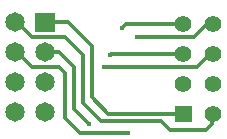
<source format=gtl>
G04 Layer: TopLayer*
G04 EasyEDA v6.1.52, Thu, 18 Jul 2019 05:10:24 GMT*
G04 901f24a5bca74c948225dbc6938cad0f,10*
G04 Gerber Generator version 0.2*
G04 Scale: 100 percent, Rotated: No, Reflected: No *
G04 Dimensions in millimeters *
G04 leading zeros omitted , absolute positions ,3 integer and 3 decimal *
%FSLAX33Y33*%
%MOMM*%
G90*
G71D02*

%ADD11C,0.299999*%
%ADD12C,0.399999*%
%ADD13C,1.399997*%
%ADD15C,1.650009*%

%LPD*%
G54D11*
G01X15640Y9768D02*
G01X10784Y9768D01*
G01X10414Y9398D01*
G01X18180Y9768D02*
G01X17642Y9768D01*
G01X16510Y8636D01*
G01X11684Y8636D01*
G01X15640Y7228D02*
G01X9514Y7228D01*
G01X9398Y7112D01*
G01X18180Y7228D02*
G01X17896Y7228D01*
G01X16764Y6096D01*
G01X8890Y6096D01*
G01X15641Y2148D02*
G01X9281Y2148D01*
G01X7874Y3556D01*
G01X7874Y7874D01*
G01X5842Y9906D01*
G01X3937Y9906D01*
G01X1397Y7366D02*
G01X1524Y7366D01*
G01X2794Y6096D01*
G01X5080Y6096D01*
G01X5588Y5588D01*
G01X5588Y1778D01*
G01X6858Y508D01*
G01X10922Y508D01*
G01X1397Y9906D02*
G01X1524Y9906D01*
G01X2794Y8636D01*
G01X5588Y8636D01*
G01X7112Y7112D01*
G01X7112Y3048D01*
G01X8636Y1524D01*
G01X13716Y1524D01*
G01X14478Y762D01*
G01X17526Y762D01*
G01X18034Y1270D01*
G01X18034Y2001D01*
G01X18181Y2148D01*
G01X3937Y7366D02*
G01X5080Y7366D01*
G01X6350Y6096D01*
G01X6350Y2540D01*
G01X7620Y1270D01*
G54D13*
G01X18180Y9768D03*
G01X15640Y9768D03*
G01X18180Y7228D03*
G01X15640Y7228D03*
G01X18180Y4688D03*
G01X15640Y4688D03*
G01X18180Y2148D03*
G36*
G01X16339Y2847D02*
G01X16339Y1447D01*
G01X14940Y1447D01*
G01X14940Y2847D01*
G01X16339Y2847D01*
G37*
G54D15*
G01X1397Y2286D03*
G01X3937Y2286D03*
G01X1397Y4826D03*
G01X3937Y4826D03*
G01X1397Y7366D03*
G01X3937Y7366D03*
G01X1397Y9906D03*
G36*
G01X4761Y10730D02*
G01X4761Y9081D01*
G01X3112Y9081D01*
G01X3112Y10730D01*
G01X4761Y10730D01*
G37*
G54D12*
G01X10414Y9398D03*
G01X11684Y8636D03*
G01X9398Y7112D03*
G01X8890Y6096D03*
G01X10922Y508D03*
G01X7620Y1270D03*
M00*
M02*

</source>
